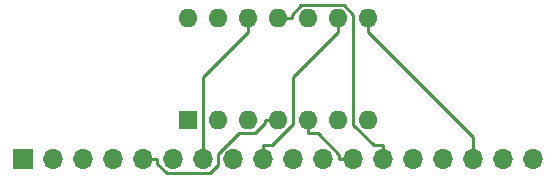
<source format=gbr>
%TF.GenerationSoftware,KiCad,Pcbnew,7.0.8*%
%TF.CreationDate,2025-02-11T21:18:31-08:00*%
%TF.ProjectId,professordisplay,70726f66-6573-4736-9f72-646973706c61,rev?*%
%TF.SameCoordinates,Original*%
%TF.FileFunction,Copper,L1,Top*%
%TF.FilePolarity,Positive*%
%FSLAX46Y46*%
G04 Gerber Fmt 4.6, Leading zero omitted, Abs format (unit mm)*
G04 Created by KiCad (PCBNEW 7.0.8) date 2025-02-11 21:18:31*
%MOMM*%
%LPD*%
G01*
G04 APERTURE LIST*
%TA.AperFunction,ComponentPad*%
%ADD10R,1.600000X1.600000*%
%TD*%
%TA.AperFunction,ComponentPad*%
%ADD11O,1.600000X1.600000*%
%TD*%
%TA.AperFunction,ComponentPad*%
%ADD12R,1.700000X1.700000*%
%TD*%
%TA.AperFunction,ComponentPad*%
%ADD13O,1.700000X1.700000*%
%TD*%
%TA.AperFunction,Conductor*%
%ADD14C,0.250000*%
%TD*%
G04 APERTURE END LIST*
D10*
%TO.P,J2,1,Pin_1*%
%TO.N,SCA4*%
X133345000Y-121158000D03*
D11*
%TO.P,J2,2,Pin_2*%
%TO.N,SCA5*%
X135885000Y-121158000D03*
%TO.P,J2,3,Pin_3*%
%TO.N,D*%
X138425000Y-121158000D03*
%TO.P,J2,4,Pin_4*%
%TO.N,DP*%
X140965000Y-121158000D03*
%TO.P,J2,5,Pin_5*%
%TO.N,SCA6*%
X143505000Y-121158000D03*
%TO.P,J2,6,Pin_6*%
%TO.N,C*%
X146045000Y-121158000D03*
%TO.P,J2,7,Pin_7*%
%TO.N,SCA7*%
X148585000Y-121158000D03*
%TO.P,J2,8,Pin_8*%
%TO.N,SCA8*%
X148585000Y-112538000D03*
%TO.P,J2,9,Pin_9*%
%TO.N,E*%
X146045000Y-112538000D03*
%TO.P,J2,10,Pin_10*%
%TO.N,F*%
X143505000Y-112538000D03*
%TO.P,J2,11,Pin_11*%
%TO.N,G*%
X140965000Y-112538000D03*
%TO.P,J2,12,Pin_12*%
%TO.N,A*%
X138425000Y-112538000D03*
%TO.P,J2,13,Pin_13*%
%TO.N,B*%
X135885000Y-112538000D03*
%TO.P,J2,14,Pin_14*%
%TO.N,SCA3*%
X133345000Y-112538000D03*
%TD*%
D12*
%TO.P,J1,1,Pin_1*%
%TO.N,unconnected-(J1-Pin_1-Pad1)*%
X119380000Y-124460000D03*
D13*
%TO.P,J1,2,Pin_2*%
%TO.N,unconnected-(J1-Pin_2-Pad2)*%
X121920000Y-124460000D03*
%TO.P,J1,3,Pin_3*%
%TO.N,C*%
X124460000Y-124460000D03*
%TO.P,J1,4,Pin_4*%
%TO.N,unconnected-(J1-Pin_4-Pad4)*%
X127000000Y-124460000D03*
%TO.P,J1,5,Pin_5*%
%TO.N,DP*%
X129540000Y-124460000D03*
%TO.P,J1,6,Pin_6*%
%TO.N,SCA3*%
X132080000Y-124460000D03*
%TO.P,J1,7,Pin_7*%
%TO.N,A*%
X134620000Y-124460000D03*
%TO.P,J1,8,Pin_8*%
%TO.N,SCA4*%
X137160000Y-124460000D03*
%TO.P,J1,9,Pin_9*%
%TO.N,E*%
X139700000Y-124460000D03*
%TO.P,J1,10,Pin_10*%
%TO.N,SCA5*%
X142240000Y-124460000D03*
%TO.P,J1,11,Pin_11*%
%TO.N,D*%
X144780000Y-124460000D03*
%TO.P,J1,12,Pin_12*%
%TO.N,SCA6*%
X147320000Y-124460000D03*
%TO.P,J1,13,Pin_13*%
%TO.N,G*%
X149860000Y-124460000D03*
%TO.P,J1,14,Pin_14*%
%TO.N,SCA7*%
X152400000Y-124460000D03*
%TO.P,J1,15,Pin_15*%
%TO.N,B*%
X154940000Y-124460000D03*
%TO.P,J1,16,Pin_16*%
%TO.N,SCA8*%
X157480000Y-124460000D03*
%TO.P,J1,17,Pin_17*%
%TO.N,F*%
X160020000Y-124460000D03*
%TO.P,J1,18,Pin_18*%
%TO.N,unconnected-(J1-Pin_18-Pad18)*%
X162560000Y-124460000D03*
%TD*%
D14*
%TO.N,DP*%
X139839700Y-121439400D02*
X139839700Y-121158000D01*
X138995800Y-122283300D02*
X139839700Y-121439400D01*
X137649100Y-122283300D02*
X138995800Y-122283300D01*
X135890000Y-124042400D02*
X137649100Y-122283300D01*
X135890000Y-124912500D02*
X135890000Y-124042400D01*
X135151500Y-125651000D02*
X135890000Y-124912500D01*
X131539000Y-125651000D02*
X135151500Y-125651000D01*
X130715300Y-124827300D02*
X131539000Y-125651000D01*
X130715300Y-124460000D02*
X130715300Y-124827300D01*
X129540000Y-124460000D02*
X130715300Y-124460000D01*
X140965000Y-121158000D02*
X139839700Y-121158000D01*
%TO.N,A*%
X138425000Y-112538000D02*
X138425000Y-113663300D01*
X134620000Y-117468300D02*
X138425000Y-113663300D01*
X134620000Y-124460000D02*
X134620000Y-117468300D01*
%TO.N,G*%
X142090300Y-112256600D02*
X142090300Y-112538000D01*
X142934200Y-111412700D02*
X142090300Y-112256600D01*
X146512600Y-111412700D02*
X142934200Y-111412700D01*
X147315000Y-112215100D02*
X146512600Y-111412700D01*
X147315000Y-121547700D02*
X147315000Y-112215100D01*
X149052000Y-123284700D02*
X147315000Y-121547700D01*
X149860000Y-123284700D02*
X149052000Y-123284700D01*
X149860000Y-124460000D02*
X149860000Y-123284700D01*
X140965000Y-112538000D02*
X142090300Y-112538000D01*
%TO.N,SCA8*%
X157480000Y-122558300D02*
X148585000Y-113663300D01*
X157480000Y-124460000D02*
X157480000Y-122558300D01*
X148585000Y-112538000D02*
X148585000Y-113663300D01*
%TO.N,SCA6*%
X144299100Y-122283300D02*
X143505000Y-122283300D01*
X146144700Y-124128900D02*
X144299100Y-122283300D01*
X146144700Y-124460000D02*
X146144700Y-124128900D01*
X147320000Y-124460000D02*
X146144700Y-124460000D01*
X143505000Y-121158000D02*
X143505000Y-122283300D01*
%TO.N,E*%
X142235000Y-117473300D02*
X146045000Y-113663300D01*
X142235000Y-121484300D02*
X142235000Y-117473300D01*
X140434600Y-123284700D02*
X142235000Y-121484300D01*
X139700000Y-123284700D02*
X140434600Y-123284700D01*
X139700000Y-124460000D02*
X139700000Y-123284700D01*
X146045000Y-112538000D02*
X146045000Y-113663300D01*
%TD*%
M02*

</source>
